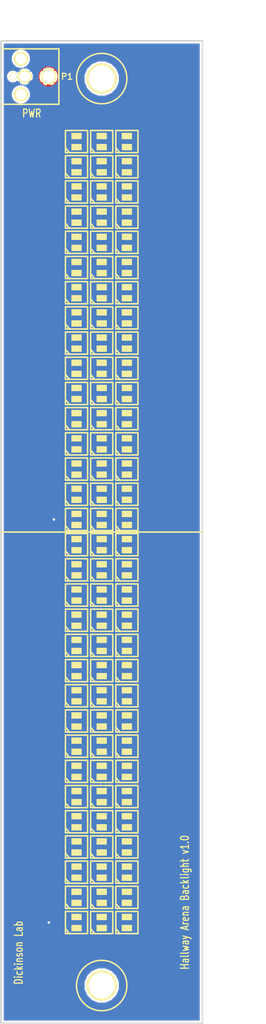
<source format=kicad_pcb>
(kicad_pcb (version 20171130) (host pcbnew 5.0.2-bee76a0~70~ubuntu18.04.1)
  (title_block (title "Hallway Arena Backlight") (date "4 aug 2011") (rev 1.0) (company "IO Rodeo Inc. "))
  (layers (0 Component signal) (31 Copper signal) (34 B.Paste user) (35 F.Paste user) (36 B.SilkS user) (37 F.SilkS user) (38 B.Mask user) (39 F.Mask user) (44 Edge.Cuts user))
  (net 0 "")
  (net 1 /VIN)
  (net 2 GND)
  (net 3 N-000002)
  (net 4 N-000003)
  (net 5 N-000004)
  (net 6 N-000005)
  (net 7 N-000006)
  (net 8 N-000007)
  (net 9 N-000008)
  (net 10 N-000009)
  (net 11 N-000010)
  (net 12 N-000011)
  (net 13 N-000012)
  (net 14 N-000013)
  (net 15 N-000014)
  (net 16 N-000015)
  (net 17 N-000016)
  (net 18 N-000017)
  (net 19 N-000018)
  (net 20 N-000019)
  (net 21 N-000020)
  (net 22 N-000021)
  (net 23 N-000022)
  (net 24 N-000023)
  (net 25 N-000024)
  (net 26 N-000025)
  (net 27 N-000026)
  (net 28 N-000027)
  (net 29 N-000028)
  (net 30 N-000029)
  (net 31 N-000030)
  (net 32 N-000031)
  (net 33 N-000032)
  (net 34 N-000033)
  (net 35 N-000034)
  (net 36 N-000035)
  (net 37 N-000036)
  (net 38 N-000037)
  (net 39 N-000038)
  (net 40 N-000039)
  (net 41 N-000040)
  (net 42 N-000041)
  (net 43 N-000042)
  (net 44 N-000043)
  (net 45 N-000044)
  (net 46 N-000045)
  (net 47 N-000046)
  (net 48 N-000047)
  (net 49 N-000048)
  (net 50 N-000049)
  (net 51 N-000050)
  (net 52 N-000051)
  (net 53 N-000052)
  (net 54 N-000053)
  (net 55 N-000054)
  (net 56 N-000055)
  (net 57 N-000056)
  (net 58 N-000057)
  (net 59 N-000058)
  (net 60 N-000059)
  (net 61 N-000060)
  (net 62 N-000061)
  (net 63 N-000062)
  (net 64 N-000063)
  (net 65 N-000064)
  (net 66 N-000065)
  (net 67 N-000066)
  (net 68 N-000067)
  (net 69 N-000068)
  (net 70 N-000069)
  (net 71 N-000070)
  (net 72 N-000071)
  (net 73 N-000072)
  (net 74 N-000073)
  (net 75 N-000074)
  (net 76 N-000075)
  (net 77 N-000076)
  (net 78 N-000077)
  (net 79 N-000078)
  (net 80 N-000079)
  (net 81 N-000080)
  (net 82 N-000081)
  (net 83 N-000082)
  (net 84 N-000083)
  (net 85 N-000084)
  (net 86 N-000085)
  (net 87 N-000086)
  (net 88 N-000087)
  (net 89 N-000088)
  (net 90 N-000089)
  (net 91 N-000090)
  (net 92 N-000091)
  (module DCJACK_2PIN_HIGHCURRENT (layer Component) (at 101.6 59.817 90)
    (fp_text reference P1 (at 0 16.637 180) (layer F.SilkS) (effects (font (size 1.524 1.524) (thickness 0.3048))))
    (fp_text value CONN_2 hide)
    (pad "" thru_hole circle (at 0 2.9972 90) (size 1.9304 1.9304) (drill 1.6002) (layers *.Cu *.Mask F.SilkS))
    (pad 2 thru_hole circle (at 0 5.9944 90) (size 3.556 3.556) (drill 2.6924) (layers *.Cu *.Mask F.SilkS) (net 2 GND))
    (pad 1 thru_hole circle (at 0 11.9888 90) (size 4.064 4.064) (drill 3.1496) (layers *.Cu *.Mask F.SilkS) (net 1 /VIN))
    (pad "" thru_hole circle (at -4.4958 5.0038 90) (size 3.556 3.556) (drill 2.6924) (layers *.Cu *.Mask F.SilkS))
    (pad "" thru_hole circle (at 4.4958 5.0038 90) (size 3.556 3.556) (drill 2.6924) (layers *.Cu *.Mask F.SilkS))
  )
  (module 1%2f4-20 (layer Component) (at 127 60.325)
    (fp_text reference 1/4-20 hide)
    (fp_text value VAL** hide)
    (pad "" thru_hole circle (at 0 0) (size 7.62 7.62) (drill 6.5786) (layers *.Cu *.Mask F.SilkS))
  )
  (module 1%2f4-20 (layer Component) (at 127 288.925)
    (fp_text reference 1/4-20 hide)
    (fp_text value VAL** hide)
    (pad "" thru_hole circle (at 0 0) (size 7.62 7.62) (drill 6.5786) (layers *.Cu *.Mask F.SilkS))
  )
  (module VSMG3700 (layer Component) (at 120.65 76.2 90)
    (fp_text reference D0,0 hide)
    (fp_text value LED hide)
    (pad 1 smd rect (at 1.397 0) (size 2.5908 1.6002) (layers Component F.Adhes F.Paste F.SilkS F.Mask) (net 1 /VIN))
    (pad 2 smd rect (at -1.397 0) (size 2.5908 1.6002) (layers Component F.Adhes F.Paste F.SilkS F.Mask) (net 92 N-000091))
  )
  (module VSMG3700 (layer Component) (at 120.65 82.55 90)
    (fp_text reference D0,1 hide)
    (fp_text value LED hide)
    (pad 1 smd rect (at 1.397 0) (size 2.5908 1.6002) (layers Component F.Adhes F.Paste F.SilkS F.Mask) (net 92 N-000091))
    (pad 2 smd rect (at -1.397 0) (size 2.5908 1.6002) (layers Component F.Adhes F.Paste F.SilkS F.Mask) (net 91 N-000090))
  )
  (module VSMG3700 (layer Component) (at 120.65 88.9 90)
    (fp_text reference D0,2 hide)
    (fp_text value LED hide)
    (pad 1 smd rect (at 1.397 0) (size 2.5908 1.6002) (layers Component F.Adhes F.Paste F.SilkS F.Mask) (net 91 N-000090))
    (pad 2 smd rect (at -1.397 0) (size 2.5908 1.6002) (layers Component F.Adhes F.Paste F.SilkS F.Mask) (net 90 N-000089))
  )
  (module VSMG3700 (layer Component) (at 120.65 95.25 90)
    (fp_text reference D0,3 hide)
    (fp_text value LED hide)
    (pad 1 smd rect (at 1.397 0) (size 2.5908 1.6002) (layers Component F.Adhes F.Paste F.SilkS F.Mask) (net 90 N-000089))
    (pad 2 smd rect (at -1.397 0) (size 2.5908 1.6002) (layers Component F.Adhes F.Paste F.SilkS F.Mask) (net 89 N-000088))
  )
  (module VSMG3700 (layer Component) (at 120.65 101.6 90)
    (fp_text reference D0,4 hide)
    (fp_text value LED hide)
    (pad 1 smd rect (at 1.397 0) (size 2.5908 1.6002) (layers Component F.Adhes F.Paste F.SilkS F.Mask) (net 89 N-000088))
    (pad 2 smd rect (at -1.397 0) (size 2.5908 1.6002) (layers Component F.Adhes F.Paste F.SilkS F.Mask) (net 88 N-000087))
  )
  (module VSMG3700 (layer Component) (at 120.65 107.95 90)
    (fp_text reference D0,5 hide)
    (fp_text value LED hide)
    (pad 1 smd rect (at 1.397 0) (size 2.5908 1.6002) (layers Component F.Adhes F.Paste F.SilkS F.Mask) (net 88 N-000087))
    (pad 2 smd rect (at -1.397 0) (size 2.5908 1.6002) (layers Component F.Adhes F.Paste F.SilkS F.Mask) (net 87 N-000086))
  )
  (module VSMG3700 (layer Component) (at 120.65 114.3 90)
    (fp_text reference D0,6 hide)
    (fp_text value LED hide)
    (pad 1 smd rect (at 1.397 0) (size 2.5908 1.6002) (layers Component F.Adhes F.Paste F.SilkS F.Mask) (net 87 N-000086))
    (pad 2 smd rect (at -1.397 0) (size 2.5908 1.6002) (layers Component F.Adhes F.Paste F.SilkS F.Mask) (net 86 N-000085))
  )
  (module VSMG3700 (layer Component) (at 120.65 120.65 90)
    (fp_text reference D0,7 hide)
    (fp_text value LED hide)
    (pad 1 smd rect (at 1.397 0) (size 2.5908 1.6002) (layers Component F.Adhes F.Paste F.SilkS F.Mask) (net 86 N-000085))
    (pad 2 smd rect (at -1.397 0) (size 2.5908 1.6002) (layers Component F.Adhes F.Paste F.SilkS F.Mask) (net 85 N-000084))
  )
  (module VSMG3700 (layer Component) (at 120.65 127 90)
    (fp_text reference D0,8 hide)
    (fp_text value LED hide)
    (pad 1 smd rect (at 1.397 0) (size 2.5908 1.6002) (layers Component F.Adhes F.Paste F.SilkS F.Mask) (net 85 N-000084))
    (pad 2 smd rect (at -1.397 0) (size 2.5908 1.6002) (layers Component F.Adhes F.Paste F.SilkS F.Mask) (net 84 N-000083))
  )
  (module VSMG3700 (layer Component) (at 120.65 133.35 90)
    (fp_text reference D0,9 hide)
    (fp_text value LED hide)
    (pad 1 smd rect (at 1.397 0) (size 2.5908 1.6002) (layers Component F.Adhes F.Paste F.SilkS F.Mask) (net 84 N-000083))
    (pad 2 smd rect (at -1.397 0) (size 2.5908 1.6002) (layers Component F.Adhes F.Paste F.SilkS F.Mask) (net 83 N-000082))
  )
  (module VSMG3700 (layer Component) (at 120.65 139.7 90)
    (fp_text reference D0,10 hide)
    (fp_text value LED hide)
    (pad 1 smd rect (at 1.397 0) (size 2.5908 1.6002) (layers Component F.Adhes F.Paste F.SilkS F.Mask) (net 83 N-000082))
    (pad 2 smd rect (at -1.397 0) (size 2.5908 1.6002) (layers Component F.Adhes F.Paste F.SilkS F.Mask) (net 82 N-000081))
  )
  (module VSMG3700 (layer Component) (at 120.65 146.05 90)
    (fp_text reference D0,11 hide)
    (fp_text value LED hide)
    (pad 1 smd rect (at 1.397 0) (size 2.5908 1.6002) (layers Component F.Adhes F.Paste F.SilkS F.Mask) (net 82 N-000081))
    (pad 2 smd rect (at -1.397 0) (size 2.5908 1.6002) (layers Component F.Adhes F.Paste F.SilkS F.Mask) (net 81 N-000080))
  )
  (module VSMG3700 (layer Component) (at 120.65 152.4 90)
    (fp_text reference D0,12 hide)
    (fp_text value LED hide)
    (pad 1 smd rect (at 1.397 0) (size 2.5908 1.6002) (layers Component F.Adhes F.Paste F.SilkS F.Mask) (net 81 N-000080))
    (pad 2 smd rect (at -1.397 0) (size 2.5908 1.6002) (layers Component F.Adhes F.Paste F.SilkS F.Mask) (net 80 N-000079))
  )
  (module VSMG3700 (layer Component) (at 120.65 158.75 90)
    (fp_text reference D0,13 hide)
    (fp_text value LED hide)
    (pad 1 smd rect (at 1.397 0) (size 2.5908 1.6002) (layers Component F.Adhes F.Paste F.SilkS F.Mask) (net 80 N-000079))
    (pad 2 smd rect (at -1.397 0) (size 2.5908 1.6002) (layers Component F.Adhes F.Paste F.SilkS F.Mask) (net 79 N-000078))
  )
  (module VSMG3700 (layer Component) (at 120.65 165.1 90)
    (fp_text reference D0,14 hide)
    (fp_text value LED hide)
    (pad 1 smd rect (at 1.397 0) (size 2.5908 1.6002) (layers Component F.Adhes F.Paste F.SilkS F.Mask) (net 79 N-000078))
    (pad 2 smd rect (at -1.397 0) (size 2.5908 1.6002) (layers Component F.Adhes F.Paste F.SilkS F.Mask) (net 78 N-000077))
  )
  (module VSMG3700 (layer Component) (at 120.65 171.45 90)
    (fp_text reference D0,15 hide)
    (fp_text value LED hide)
    (pad 1 smd rect (at 1.397 0) (size 2.5908 1.6002) (layers Component F.Adhes F.Paste F.SilkS F.Mask) (net 78 N-000077))
    (pad 2 smd rect (at -1.397 0) (size 2.5908 1.6002) (layers Component F.Adhes F.Paste F.SilkS F.Mask) (net 2 GND))
  )
  (module VSMG3700 (layer Component) (at 127 76.2 90)
    (fp_text reference D1,0 hide)
    (fp_text value LED hide)
    (pad 1 smd rect (at 1.397 0) (size 2.5908 1.6002) (layers Component F.Adhes F.Paste F.SilkS F.Mask) (net 1 /VIN))
    (pad 2 smd rect (at -1.397 0) (size 2.5908 1.6002) (layers Component F.Adhes F.Paste F.SilkS F.Mask) (net 77 N-000076))
  )
  (module VSMG3700 (layer Component) (at 127 82.55 90)
    (fp_text reference D1,1 hide)
    (fp_text value LED hide)
    (pad 1 smd rect (at 1.397 0) (size 2.5908 1.6002) (layers Component F.Adhes F.Paste F.SilkS F.Mask) (net 77 N-000076))
    (pad 2 smd rect (at -1.397 0) (size 2.5908 1.6002) (layers Component F.Adhes F.Paste F.SilkS F.Mask) (net 76 N-000075))
  )
  (module VSMG3700 (layer Component) (at 127 88.9 90)
    (fp_text reference D1,2 hide)
    (fp_text value LED hide)
    (pad 1 smd rect (at 1.397 0) (size 2.5908 1.6002) (layers Component F.Adhes F.Paste F.SilkS F.Mask) (net 76 N-000075))
    (pad 2 smd rect (at -1.397 0) (size 2.5908 1.6002) (layers Component F.Adhes F.Paste F.SilkS F.Mask) (net 75 N-000074))
  )
  (module VSMG3700 (layer Component) (at 127 95.25 90)
    (fp_text reference D1,3 hide)
    (fp_text value LED hide)
    (pad 1 smd rect (at 1.397 0) (size 2.5908 1.6002) (layers Component F.Adhes F.Paste F.SilkS F.Mask) (net 75 N-000074))
    (pad 2 smd rect (at -1.397 0) (size 2.5908 1.6002) (layers Component F.Adhes F.Paste F.SilkS F.Mask) (net 74 N-000073))
  )
  (module VSMG3700 (layer Component) (at 127 101.6 90)
    (fp_text reference D1,4 hide)
    (fp_text value LED hide)
    (pad 1 smd rect (at 1.397 0) (size 2.5908 1.6002) (layers Component F.Adhes F.Paste F.SilkS F.Mask) (net 74 N-000073))
    (pad 2 smd rect (at -1.397 0) (size 2.5908 1.6002) (layers Component F.Adhes F.Paste F.SilkS F.Mask) (net 73 N-000072))
  )
  (module VSMG3700 (layer Component) (at 127 107.95 90)
    (fp_text reference D1,5 hide)
    (fp_text value LED hide)
    (pad 1 smd rect (at 1.397 0) (size 2.5908 1.6002) (layers Component F.Adhes F.Paste F.SilkS F.Mask) (net 73 N-000072))
    (pad 2 smd rect (at -1.397 0) (size 2.5908 1.6002) (layers Component F.Adhes F.Paste F.SilkS F.Mask) (net 72 N-000071))
  )
  (module VSMG3700 (layer Component) (at 127 114.3 90)
    (fp_text reference D1,6 hide)
    (fp_text value LED hide)
    (pad 1 smd rect (at 1.397 0) (size 2.5908 1.6002) (layers Component F.Adhes F.Paste F.SilkS F.Mask) (net 72 N-000071))
    (pad 2 smd rect (at -1.397 0) (size 2.5908 1.6002) (layers Component F.Adhes F.Paste F.SilkS F.Mask) (net 71 N-000070))
  )
  (module VSMG3700 (layer Component) (at 127 120.65 90)
    (fp_text reference D1,7 hide)
    (fp_text value LED hide)
    (pad 1 smd rect (at 1.397 0) (size 2.5908 1.6002) (layers Component F.Adhes F.Paste F.SilkS F.Mask) (net 71 N-000070))
    (pad 2 smd rect (at -1.397 0) (size 2.5908 1.6002) (layers Component F.Adhes F.Paste F.SilkS F.Mask) (net 70 N-000069))
  )
  (module VSMG3700 (layer Component) (at 127 127 90)
    (fp_text reference D1,8 hide)
    (fp_text value LED hide)
    (pad 1 smd rect (at 1.397 0) (size 2.5908 1.6002) (layers Component F.Adhes F.Paste F.SilkS F.Mask) (net 70 N-000069))
    (pad 2 smd rect (at -1.397 0) (size 2.5908 1.6002) (layers Component F.Adhes F.Paste F.SilkS F.Mask) (net 69 N-000068))
  )
  (module VSMG3700 (layer Component) (at 127 133.35 90)
    (fp_text reference D1,9 hide)
    (fp_text value LED hide)
    (pad 1 smd rect (at 1.397 0) (size 2.5908 1.6002) (layers Component F.Adhes F.Paste F.SilkS F.Mask) (net 69 N-000068))
    (pad 2 smd rect (at -1.397 0) (size 2.5908 1.6002) (layers Component F.Adhes F.Paste F.SilkS F.Mask) (net 68 N-000067))
  )
  (module VSMG3700 (layer Component) (at 127 139.7 90)
    (fp_text reference D1,10 hide)
    (fp_text value LED hide)
    (pad 1 smd rect (at 1.397 0) (size 2.5908 1.6002) (layers Component F.Adhes F.Paste F.SilkS F.Mask) (net 68 N-000067))
    (pad 2 smd rect (at -1.397 0) (size 2.5908 1.6002) (layers Component F.Adhes F.Paste F.SilkS F.Mask) (net 67 N-000066))
  )
  (module VSMG3700 (layer Component) (at 127 146.05 90)
    (fp_text reference D1,11 hide)
    (fp_text value LED hide)
    (pad 1 smd rect (at 1.397 0) (size 2.5908 1.6002) (layers Component F.Adhes F.Paste F.SilkS F.Mask) (net 67 N-000066))
    (pad 2 smd rect (at -1.397 0) (size 2.5908 1.6002) (layers Component F.Adhes F.Paste F.SilkS F.Mask) (net 66 N-000065))
  )
  (module VSMG3700 (layer Component) (at 127 152.4 90)
    (fp_text reference D1,12 hide)
    (fp_text value LED hide)
    (pad 1 smd rect (at 1.397 0) (size 2.5908 1.6002) (layers Component F.Adhes F.Paste F.SilkS F.Mask) (net 66 N-000065))
    (pad 2 smd rect (at -1.397 0) (size 2.5908 1.6002) (layers Component F.Adhes F.Paste F.SilkS F.Mask) (net 65 N-000064))
  )
  (module VSMG3700 (layer Component) (at 127 158.75 90)
    (fp_text reference D1,13 hide)
    (fp_text value LED hide)
    (pad 1 smd rect (at 1.397 0) (size 2.5908 1.6002) (layers Component F.Adhes F.Paste F.SilkS F.Mask) (net 65 N-000064))
    (pad 2 smd rect (at -1.397 0) (size 2.5908 1.6002) (layers Component F.Adhes F.Paste F.SilkS F.Mask) (net 64 N-000063))
  )
  (module VSMG3700 (layer Component) (at 127 165.1 90)
    (fp_text reference D1,14 hide)
    (fp_text value LED hide)
    (pad 1 smd rect (at 1.397 0) (size 2.5908 1.6002) (layers Component F.Adhes F.Paste F.SilkS F.Mask) (net 64 N-000063))
    (pad 2 smd rect (at -1.397 0) (size 2.5908 1.6002) (layers Component F.Adhes F.Paste F.SilkS F.Mask) (net 63 N-000062))
  )
  (module VSMG3700 (layer Component) (at 127 171.45 90)
    (fp_text reference D1,15 hide)
    (fp_text value LED hide)
    (pad 1 smd rect (at 1.397 0) (size 2.5908 1.6002) (layers Component F.Adhes F.Paste F.SilkS F.Mask) (net 63 N-000062))
    (pad 2 smd rect (at -1.397 0) (size 2.5908 1.6002) (layers Component F.Adhes F.Paste F.SilkS F.Mask) (net 2 GND))
  )
  (module VSMG3700 (layer Component) (at 133.35 76.2 90)
    (fp_text reference D2,0 hide)
    (fp_text value LED hide)
    (pad 1 smd rect (at 1.397 0) (size 2.5908 1.6002) (layers Component F.Adhes F.Paste F.SilkS F.Mask) (net 1 /VIN))
    (pad 2 smd rect (at -1.397 0) (size 2.5908 1.6002) (layers Component F.Adhes F.Paste F.SilkS F.Mask) (net 62 N-000061))
  )
  (module VSMG3700 (layer Component) (at 133.35 82.55 90)
    (fp_text reference D2,1 hide)
    (fp_text value LED hide)
    (pad 1 smd rect (at 1.397 0) (size 2.5908 1.6002) (layers Component F.Adhes F.Paste F.SilkS F.Mask) (net 62 N-000061))
    (pad 2 smd rect (at -1.397 0) (size 2.5908 1.6002) (layers Component F.Adhes F.Paste F.SilkS F.Mask) (net 61 N-000060))
  )
  (module VSMG3700 (layer Component) (at 133.35 88.9 90)
    (fp_text reference D2,2 hide)
    (fp_text value LED hide)
    (pad 1 smd rect (at 1.397 0) (size 2.5908 1.6002) (layers Component F.Adhes F.Paste F.SilkS F.Mask) (net 61 N-000060))
    (pad 2 smd rect (at -1.397 0) (size 2.5908 1.6002) (layers Component F.Adhes F.Paste F.SilkS F.Mask) (net 60 N-000059))
  )
  (module VSMG3700 (layer Component) (at 133.35 95.25 90)
    (fp_text reference D2,3 hide)
    (fp_text value LED hide)
    (pad 1 smd rect (at 1.397 0) (size 2.5908 1.6002) (layers Component F.Adhes F.Paste F.SilkS F.Mask) (net 60 N-000059))
    (pad 2 smd rect (at -1.397 0) (size 2.5908 1.6002) (layers Component F.Adhes F.Paste F.SilkS F.Mask) (net 59 N-000058))
  )
  (module VSMG3700 (layer Component) (at 133.35 101.6 90)
    (fp_text reference D2,4 hide)
    (fp_text value LED hide)
    (pad 1 smd rect (at 1.397 0) (size 2.5908 1.6002) (layers Component F.Adhes F.Paste F.SilkS F.Mask) (net 59 N-000058))
    (pad 2 smd rect (at -1.397 0) (size 2.5908 1.6002) (layers Component F.Adhes F.Paste F.SilkS F.Mask) (net 58 N-000057))
  )
  (module VSMG3700 (layer Component) (at 133.35 107.95 90)
    (fp_text reference D2,5 hide)
    (fp_text value LED hide)
    (pad 1 smd rect (at 1.397 0) (size 2.5908 1.6002) (layers Component F.Adhes F.Paste F.SilkS F.Mask) (net 58 N-000057))
    (pad 2 smd rect (at -1.397 0) (size 2.5908 1.6002) (layers Component F.Adhes F.Paste F.SilkS F.Mask) (net 57 N-000056))
  )
  (module VSMG3700 (layer Component) (at 133.35 114.3 90)
    (fp_text reference D2,6 hide)
    (fp_text value LED hide)
    (pad 1 smd rect (at 1.397 0) (size 2.5908 1.6002) (layers Component F.Adhes F.Paste F.SilkS F.Mask) (net 57 N-000056))
    (pad 2 smd rect (at -1.397 0) (size 2.5908 1.6002) (layers Component F.Adhes F.Paste F.SilkS F.Mask) (net 56 N-000055))
  )
  (module VSMG3700 (layer Component) (at 133.35 120.65 90)
    (fp_text reference D2,7 hide)
    (fp_text value LED hide)
    (pad 1 smd rect (at 1.397 0) (size 2.5908 1.6002) (layers Component F.Adhes F.Paste F.SilkS F.Mask) (net 56 N-000055))
    (pad 2 smd rect (at -1.397 0) (size 2.5908 1.6002) (layers Component F.Adhes F.Paste F.SilkS F.Mask) (net 55 N-000054))
  )
  (module VSMG3700 (layer Component) (at 133.35 127 90)
    (fp_text reference D2,8 hide)
    (fp_text value LED hide)
    (pad 1 smd rect (at 1.397 0) (size 2.5908 1.6002) (layers Component F.Adhes F.Paste F.SilkS F.Mask) (net 55 N-000054))
    (pad 2 smd rect (at -1.397 0) (size 2.5908 1.6002) (layers Component F.Adhes F.Paste F.SilkS F.Mask) (net 54 N-000053))
  )
  (module VSMG3700 (layer Component) (at 133.35 133.35 90)
    (fp_text reference D2,9 hide)
    (fp_text value LED hide)
    (pad 1 smd rect (at 1.397 0) (size 2.5908 1.6002) (layers Component F.Adhes F.Paste F.SilkS F.Mask) (net 54 N-000053))
    (pad 2 smd rect (at -1.397 0) (size 2.5908 1.6002) (layers Component F.Adhes F.Paste F.SilkS F.Mask) (net 53 N-000052))
  )
  (module VSMG3700 (layer Component) (at 133.35 139.7 90)
    (fp_text reference D2,10 hide)
    (fp_text value LED hide)
    (pad 1 smd rect (at 1.397 0) (size 2.5908 1.6002) (layers Component F.Adhes F.Paste F.SilkS F.Mask) (net 53 N-000052))
    (pad 2 smd rect (at -1.397 0) (size 2.5908 1.6002) (layers Component F.Adhes F.Paste F.SilkS F.Mask) (net 52 N-000051))
  )
  (module VSMG3700 (layer Component) (at 133.35 146.05 90)
    (fp_text reference D2,11 hide)
    (fp_text value LED hide)
    (pad 1 smd rect (at 1.397 0) (size 2.5908 1.6002) (layers Component F.Adhes F.Paste F.SilkS F.Mask) (net 52 N-000051))
    (pad 2 smd rect (at -1.397 0) (size 2.5908 1.6002) (layers Component F.Adhes F.Paste F.SilkS F.Mask) (net 51 N-000050))
  )
  (module VSMG3700 (layer Component) (at 133.35 152.4 90)
    (fp_text reference D2,12 hide)
    (fp_text value LED hide)
    (pad 1 smd rect (at 1.397 0) (size 2.5908 1.6002) (layers Component F.Adhes F.Paste F.SilkS F.Mask) (net 51 N-000050))
    (pad 2 smd rect (at -1.397 0) (size 2.5908 1.6002) (layers Component F.Adhes F.Paste F.SilkS F.Mask) (net 50 N-000049))
  )
  (module VSMG3700 (layer Component) (at 133.35 158.75 90)
    (fp_text reference D2,13 hide)
    (fp_text value LED hide)
    (pad 1 smd rect (at 1.397 0) (size 2.5908 1.6002) (layers Component F.Adhes F.Paste F.SilkS F.Mask) (net 50 N-000049))
    (pad 2 smd rect (at -1.397 0) (size 2.5908 1.6002) (layers Component F.Adhes F.Paste F.SilkS F.Mask) (net 49 N-000048))
  )
  (module VSMG3700 (layer Component) (at 133.35 165.1 90)
    (fp_text reference D2,14 hide)
    (fp_text value LED hide)
    (pad 1 smd rect (at 1.397 0) (size 2.5908 1.6002) (layers Component F.Adhes F.Paste F.SilkS F.Mask) (net 49 N-000048))
    (pad 2 smd rect (at -1.397 0) (size 2.5908 1.6002) (layers Component F.Adhes F.Paste F.SilkS F.Mask) (net 48 N-000047))
  )
  (module VSMG3700 (layer Component) (at 133.35 171.45 90)
    (fp_text reference D2,15 hide)
    (fp_text value LED hide)
    (pad 1 smd rect (at 1.397 0) (size 2.5908 1.6002) (layers Component F.Adhes F.Paste F.SilkS F.Mask) (net 48 N-000047))
    (pad 2 smd rect (at -1.397 0) (size 2.5908 1.6002) (layers Component F.Adhes F.Paste F.SilkS F.Mask) (net 2 GND))
  )
  (module VSMG3700 (layer Component) (at 120.65 177.8 90)
    (fp_text reference D3,0 hide)
    (fp_text value LED hide)
    (pad 1 smd rect (at 1.397 0) (size 2.5908 1.6002) (layers Component F.Adhes F.Paste F.SilkS F.Mask) (net 1 /VIN))
    (pad 2 smd rect (at -1.397 0) (size 2.5908 1.6002) (layers Component F.Adhes F.Paste F.SilkS F.Mask) (net 47 N-000046))
  )
  (module VSMG3700 (layer Component) (at 120.65 184.15 90)
    (fp_text reference D3,1 hide)
    (fp_text value LED hide)
    (pad 1 smd rect (at 1.397 0) (size 2.5908 1.6002) (layers Component F.Adhes F.Paste F.SilkS F.Mask) (net 47 N-000046))
    (pad 2 smd rect (at -1.397 0) (size 2.5908 1.6002) (layers Component F.Adhes F.Paste F.SilkS F.Mask) (net 46 N-000045))
  )
  (module VSMG3700 (layer Component) (at 120.65 190.5 90)
    (fp_text reference D3,2 hide)
    (fp_text value LED hide)
    (pad 1 smd rect (at 1.397 0) (size 2.5908 1.6002) (layers Component F.Adhes F.Paste F.SilkS F.Mask) (net 46 N-000045))
    (pad 2 smd rect (at -1.397 0) (size 2.5908 1.6002) (layers Component F.Adhes F.Paste F.SilkS F.Mask) (net 45 N-000044))
  )
  (module VSMG3700 (layer Component) (at 120.65 196.85 90)
    (fp_text reference D3,3 hide)
    (fp_text value LED hide)
    (pad 1 smd rect (at 1.397 0) (size 2.5908 1.6002) (layers Component F.Adhes F.Paste F.SilkS F.Mask) (net 45 N-000044))
    (pad 2 smd rect (at -1.397 0) (size 2.5908 1.6002) (layers Component F.Adhes F.Paste F.SilkS F.Mask) (net 44 N-000043))
  )
  (module VSMG3700 (layer Component) (at 120.65 203.2 90)
    (fp_text reference D3,4 hide)
    (fp_text value LED hide)
    (pad 1 smd rect (at 1.397 0) (size 2.5908 1.6002) (layers Component F.Adhes F.Paste F.SilkS F.Mask) (net 44 N-000043))
    (pad 2 smd rect (at -1.397 0) (size 2.5908 1.6002) (layers Component F.Adhes F.Paste F.SilkS F.Mask) (net 43 N-000042))
  )
  (module VSMG3700 (layer Component) (at 120.65 209.55 90)
    (fp_text reference D3,5 hide)
    (fp_text value LED hide)
    (pad 1 smd rect (at 1.397 0) (size 2.5908 1.6002) (layers Component F.Adhes F.Paste F.SilkS F.Mask) (net 43 N-000042))
    (pad 2 smd rect (at -1.397 0) (size 2.5908 1.6002) (layers Component F.Adhes F.Paste F.SilkS F.Mask) (net 42 N-000041))
  )
  (module VSMG3700 (layer Component) (at 120.65 215.9 90)
    (fp_text reference D3,6 hide)
    (fp_text value LED hide)
    (pad 1 smd rect (at 1.397 0) (size 2.5908 1.6002) (layers Component F.Adhes F.Paste F.SilkS F.Mask) (net 42 N-000041))
    (pad 2 smd rect (at -1.397 0) (size 2.5908 1.6002) (layers Component F.Adhes F.Paste F.SilkS F.Mask) (net 41 N-000040))
  )
  (module VSMG3700 (layer Component) (at 120.65 222.25 90)
    (fp_text reference D3,7 hide)
    (fp_text value LED hide)
    (pad 1 smd rect (at 1.397 0) (size 2.5908 1.6002) (layers Component F.Adhes F.Paste F.SilkS F.Mask) (net 41 N-000040))
    (pad 2 smd rect (at -1.397 0) (size 2.5908 1.6002) (layers Component F.Adhes F.Paste F.SilkS F.Mask) (net 40 N-000039))
  )
  (module VSMG3700 (layer Component) (at 120.65 228.6 90)
    (fp_text reference D3,8 hide)
    (fp_text value LED hide)
    (pad 1 smd rect (at 1.397 0) (size 2.5908 1.6002) (layers Component F.Adhes F.Paste F.SilkS F.Mask) (net 40 N-000039))
    (pad 2 smd rect (at -1.397 0) (size 2.5908 1.6002) (layers Component F.Adhes F.Paste F.SilkS F.Mask) (net 39 N-000038))
  )
  (module VSMG3700 (layer Component) (at 120.65 234.95 90)
    (fp_text reference D3,9 hide)
    (fp_text value LED hide)
    (pad 1 smd rect (at 1.397 0) (size 2.5908 1.6002) (layers Component F.Adhes F.Paste F.SilkS F.Mask) (net 39 N-000038))
    (pad 2 smd rect (at -1.397 0) (size 2.5908 1.6002) (layers Component F.Adhes F.Paste F.SilkS F.Mask) (net 38 N-000037))
  )
  (module VSMG3700 (layer Component) (at 120.65 241.3 90)
    (fp_text reference D3,10 hide)
    (fp_text value LED hide)
    (pad 1 smd rect (at 1.397 0) (size 2.5908 1.6002) (layers Component F.Adhes F.Paste F.SilkS F.Mask) (net 38 N-000037))
    (pad 2 smd rect (at -1.397 0) (size 2.5908 1.6002) (layers Component F.Adhes F.Paste F.SilkS F.Mask) (net 37 N-000036))
  )
  (module VSMG3700 (layer Component) (at 120.65 247.65 90)
    (fp_text reference D3,11 hide)
    (fp_text value LED hide)
    (pad 1 smd rect (at 1.397 0) (size 2.5908 1.6002) (layers Component F.Adhes F.Paste F.SilkS F.Mask) (net 37 N-000036))
    (pad 2 smd rect (at -1.397 0) (size 2.5908 1.6002) (layers Component F.Adhes F.Paste F.SilkS F.Mask) (net 36 N-000035))
  )
  (module VSMG3700 (layer Component) (at 120.65 254 90)
    (fp_text reference D3,12 hide)
    (fp_text value LED hide)
    (pad 1 smd rect (at 1.397 0) (size 2.5908 1.6002) (layers Component F.Adhes F.Paste F.SilkS F.Mask) (net 36 N-000035))
    (pad 2 smd rect (at -1.397 0) (size 2.5908 1.6002) (layers Component F.Adhes F.Paste F.SilkS F.Mask) (net 35 N-000034))
  )
  (module VSMG3700 (layer Component) (at 120.65 260.35 90)
    (fp_text reference D3,13 hide)
    (fp_text value LED hide)
    (pad 1 smd rect (at 1.397 0) (size 2.5908 1.6002) (layers Component F.Adhes F.Paste F.SilkS F.Mask) (net 35 N-000034))
    (pad 2 smd rect (at -1.397 0) (size 2.5908 1.6002) (layers Component F.Adhes F.Paste F.SilkS F.Mask) (net 34 N-000033))
  )
  (module VSMG3700 (layer Component) (at 120.65 266.7 90)
    (fp_text reference D3,14 hide)
    (fp_text value LED hide)
    (pad 1 smd rect (at 1.397 0) (size 2.5908 1.6002) (layers Component F.Adhes F.Paste F.SilkS F.Mask) (net 34 N-000033))
    (pad 2 smd rect (at -1.397 0) (size 2.5908 1.6002) (layers Component F.Adhes F.Paste F.SilkS F.Mask) (net 33 N-000032))
  )
  (module VSMG3700 (layer Component) (at 120.65 273.05 90)
    (fp_text reference D3,15 hide)
    (fp_text value LED hide)
    (pad 1 smd rect (at 1.397 0) (size 2.5908 1.6002) (layers Component F.Adhes F.Paste F.SilkS F.Mask) (net 33 N-000032))
    (pad 2 smd rect (at -1.397 0) (size 2.5908 1.6002) (layers Component F.Adhes F.Paste F.SilkS F.Mask) (net 2 GND))
  )
  (module VSMG3700 (layer Component) (at 127 177.8 90)
    (fp_text reference D4,0 hide)
    (fp_text value LED hide)
    (pad 1 smd rect (at 1.397 0) (size 2.5908 1.6002) (layers Component F.Adhes F.Paste F.SilkS F.Mask) (net 1 /VIN))
    (pad 2 smd rect (at -1.397 0) (size 2.5908 1.6002) (layers Component F.Adhes F.Paste F.SilkS F.Mask) (net 32 N-000031))
  )
  (module VSMG3700 (layer Component) (at 127 184.15 90)
    (fp_text reference D4,1 hide)
    (fp_text value LED hide)
    (pad 1 smd rect (at 1.397 0) (size 2.5908 1.6002) (layers Component F.Adhes F.Paste F.SilkS F.Mask) (net 32 N-000031))
    (pad 2 smd rect (at -1.397 0) (size 2.5908 1.6002) (layers Component F.Adhes F.Paste F.SilkS F.Mask) (net 31 N-000030))
  )
  (module VSMG3700 (layer Component) (at 127 190.5 90)
    (fp_text reference D4,2 hide)
    (fp_text value LED hide)
    (pad 1 smd rect (at 1.397 0) (size 2.5908 1.6002) (layers Component F.Adhes F.Paste F.SilkS F.Mask) (net 31 N-000030))
    (pad 2 smd rect (at -1.397 0) (size 2.5908 1.6002) (layers Component F.Adhes F.Paste F.SilkS F.Mask) (net 30 N-000029))
  )
  (module VSMG3700 (layer Component) (at 127 196.85 90)
    (fp_text reference D4,3 hide)
    (fp_text value LED hide)
    (pad 1 smd rect (at 1.397 0) (size 2.5908 1.6002) (layers Component F.Adhes F.Paste F.SilkS F.Mask) (net 30 N-000029))
    (pad 2 smd rect (at -1.397 0) (size 2.5908 1.6002) (layers Component F.Adhes F.Paste F.SilkS F.Mask) (net 29 N-000028))
  )
  (module VSMG3700 (layer Component) (at 127 203.2 90)
    (fp_text reference D4,4 hide)
    (fp_text value LED hide)
    (pad 1 smd rect (at 1.397 0) (size 2.5908 1.6002) (layers Component F.Adhes F.Paste F.SilkS F.Mask) (net 29 N-000028))
    (pad 2 smd rect (at -1.397 0) (size 2.5908 1.6002) (layers Component F.Adhes F.Paste F.SilkS F.Mask) (net 28 N-000027))
  )
  (module VSMG3700 (layer Component) (at 127 209.55 90)
    (fp_text reference D4,5 hide)
    (fp_text value LED hide)
    (pad 1 smd rect (at 1.397 0) (size 2.5908 1.6002) (layers Component F.Adhes F.Paste F.SilkS F.Mask) (net 28 N-000027))
    (pad 2 smd rect (at -1.397 0) (size 2.5908 1.6002) (layers Component F.Adhes F.Paste F.SilkS F.Mask) (net 27 N-000026))
  )
  (module VSMG3700 (layer Component) (at 127 215.9 90)
    (fp_text reference D4,6 hide)
    (fp_text value LED hide)
    (pad 1 smd rect (at 1.397 0) (size 2.5908 1.6002) (layers Component F.Adhes F.Paste F.SilkS F.Mask) (net 27 N-000026))
    (pad 2 smd rect (at -1.397 0) (size 2.5908 1.6002) (layers Component F.Adhes F.Paste F.SilkS F.Mask) (net 26 N-000025))
  )
  (module VSMG3700 (layer Component) (at 127 222.25 90)
    (fp_text reference D4,7 hide)
    (fp_text value LED hide)
    (pad 1 smd rect (at 1.397 0) (size 2.5908 1.6002) (layers Component F.Adhes F.Paste F.SilkS F.Mask) (net 26 N-000025))
    (pad 2 smd rect (at -1.397 0) (size 2.5908 1.6002) (layers Component F.Adhes F.Paste F.SilkS F.Mask) (net 25 N-000024))
  )
  (module VSMG3700 (layer Component) (at 127 228.6 90)
    (fp_text reference D4,8 hide)
    (fp_text value LED hide)
    (pad 1 smd rect (at 1.397 0) (size 2.5908 1.6002) (layers Component F.Adhes F.Paste F.SilkS F.Mask) (net 25 N-000024))
    (pad 2 smd rect (at -1.397 0) (size 2.5908 1.6002) (layers Component F.Adhes F.Paste F.SilkS F.Mask) (net 24 N-000023))
  )
  (module VSMG3700 (layer Component) (at 127 234.95 90)
    (fp_text reference D4,9 hide)
    (fp_text value LED hide)
    (pad 1 smd rect (at 1.397 0) (size 2.5908 1.6002) (layers Component F.Adhes F.Paste F.SilkS F.Mask) (net 24 N-000023))
    (pad 2 smd rect (at -1.397 0) (size 2.5908 1.6002) (layers Component F.Adhes F.Paste F.SilkS F.Mask) (net 23 N-000022))
  )
  (module VSMG3700 (layer Component) (at 127 241.3 90)
    (fp_text reference D4,10 hide)
    (fp_text value LED hide)
    (pad 1 smd rect (at 1.397 0) (size 2.5908 1.6002) (layers Component F.Adhes F.Paste F.SilkS F.Mask) (net 23 N-000022))
    (pad 2 smd rect (at -1.397 0) (size 2.5908 1.6002) (layers Component F.Adhes F.Paste F.SilkS F.Mask) (net 22 N-000021))
  )
  (module VSMG3700 (layer Component) (at 127 247.65 90)
    (fp_text reference D4,11 hide)
    (fp_text value LED hide)
    (pad 1 smd rect (at 1.397 0) (size 2.5908 1.6002) (layers Component F.Adhes F.Paste F.SilkS F.Mask) (net 22 N-000021))
    (pad 2 smd rect (at -1.397 0) (size 2.5908 1.6002) (layers Component F.Adhes F.Paste F.SilkS F.Mask) (net 21 N-000020))
  )
  (module VSMG3700 (layer Component) (at 127 254 90)
    (fp_text reference D4,12 hide)
    (fp_text value LED hide)
    (pad 1 smd rect (at 1.397 0) (size 2.5908 1.6002) (layers Component F.Adhes F.Paste F.SilkS F.Mask) (net 21 N-000020))
    (pad 2 smd rect (at -1.397 0) (size 2.5908 1.6002) (layers Component F.Adhes F.Paste F.SilkS F.Mask) (net 20 N-000019))
  )
  (module VSMG3700 (layer Component) (at 127 260.35 90)
    (fp_text reference D4,13 hide)
    (fp_text value LED hide)
    (pad 1 smd rect (at 1.397 0) (size 2.5908 1.6002) (layers Component F.Adhes F.Paste F.SilkS F.Mask) (net 20 N-000019))
    (pad 2 smd rect (at -1.397 0) (size 2.5908 1.6002) (layers Component F.Adhes F.Paste F.SilkS F.Mask) (net 19 N-000018))
  )
  (module VSMG3700 (layer Component) (at 127 266.7 90)
    (fp_text reference D4,14 hide)
    (fp_text value LED hide)
    (pad 1 smd rect (at 1.397 0) (size 2.5908 1.6002) (layers Component F.Adhes F.Paste F.SilkS F.Mask) (net 19 N-000018))
    (pad 2 smd rect (at -1.397 0) (size 2.5908 1.6002) (layers Component F.Adhes F.Paste F.SilkS F.Mask) (net 18 N-000017))
  )
  (module VSMG3700 (layer Component) (at 127 273.05 90)
    (fp_text reference D4,15 hide)
    (fp_text value LED hide)
    (pad 1 smd rect (at 1.397 0) (size 2.5908 1.6002) (layers Component F.Adhes F.Paste F.SilkS F.Mask) (net 18 N-000017))
    (pad 2 smd rect (at -1.397 0) (size 2.5908 1.6002) (layers Component F.Adhes F.Paste F.SilkS F.Mask) (net 2 GND))
  )
  (module VSMG3700 (layer Component) (at 133.35 177.8 90)
    (fp_text reference D5,0 hide)
    (fp_text value LED hide)
    (pad 1 smd rect (at 1.397 0) (size 2.5908 1.6002) (layers Component F.Adhes F.Paste F.SilkS F.Mask) (net 1 /VIN))
    (pad 2 smd rect (at -1.397 0) (size 2.5908 1.6002) (layers Component F.Adhes F.Paste F.SilkS F.Mask) (net 17 N-000016))
  )
  (module VSMG3700 (layer Component) (at 133.35 184.15 90)
    (fp_text reference D5,1 hide)
    (fp_text value LED hide)
    (pad 1 smd rect (at 1.397 0) (size 2.5908 1.6002) (layers Component F.Adhes F.Paste F.SilkS F.Mask) (net 17 N-000016))
    (pad 2 smd rect (at -1.397 0) (size 2.5908 1.6002) (layers Component F.Adhes F.Paste F.SilkS F.Mask) (net 16 N-000015))
  )
  (module VSMG3700 (layer Component) (at 133.35 190.5 90)
    (fp_text reference D5,2 hide)
    (fp_text value LED hide)
    (pad 1 smd rect (at 1.397 0) (size 2.5908 1.6002) (layers Component F.Adhes F.Paste F.SilkS F.Mask) (net 16 N-000015))
    (pad 2 smd rect (at -1.397 0) (size 2.5908 1.6002) (layers Component F.Adhes F.Paste F.SilkS F.Mask) (net 15 N-000014))
  )
  (module VSMG3700 (layer Component) (at 133.35 196.85 90)
    (fp_text reference D5,3 hide)
    (fp_text value LED hide)
    (pad 1 smd rect (at 1.397 0) (size 2.5908 1.6002) (layers Component F.Adhes F.Paste F.SilkS F.Mask) (net 15 N-000014))
    (pad 2 smd rect (at -1.397 0) (size 2.5908 1.6002) (layers Component F.Adhes F.Paste F.SilkS F.Mask) (net 14 N-000013))
  )
  (module VSMG3700 (layer Component) (at 133.35 203.2 90)
    (fp_text reference D5,4 hide)
    (fp_text value LED hide)
    (pad 1 smd rect (at 1.397 0) (size 2.5908 1.6002) (layers Component F.Adhes F.Paste F.SilkS F.Mask) (net 14 N-000013))
    (pad 2 smd rect (at -1.397 0) (size 2.5908 1.6002) (layers Component F.Adhes F.Paste F.SilkS F.Mask) (net 13 N-000012))
  )
  (module VSMG3700 (layer Component) (at 133.35 209.55 90)
    (fp_text reference D5,5 hide)
    (fp_text value LED hide)
    (pad 1 smd rect (at 1.397 0) (size 2.5908 1.6002) (layers Component F.Adhes F.Paste F.SilkS F.Mask) (net 13 N-000012))
    (pad 2 smd rect (at -1.397 0) (size 2.5908 1.6002) (layers Component F.Adhes F.Paste F.SilkS F.Mask) (net 12 N-000011))
  )
  (module VSMG3700 (layer Component) (at 133.35 215.9 90)
    (fp_text reference D5,6 hide)
    (fp_text value LED hide)
    (pad 1 smd rect (at 1.397 0) (size 2.5908 1.6002) (layers Component F.Adhes F.Paste F.SilkS F.Mask) (net 12 N-000011))
    (pad 2 smd rect (at -1.397 0) (size 2.5908 1.6002) (layers Component F.Adhes F.Paste F.SilkS F.Mask) (net 11 N-000010))
  )
  (module VSMG3700 (layer Component) (at 133.35 222.25 90)
    (fp_text reference D5,7 hide)
    (fp_text value LED hide)
    (pad 1 smd rect (at 1.397 0) (size 2.5908 1.6002) (layers Component F.Adhes F.Paste F.SilkS F.Mask) (net 11 N-000010))
    (pad 2 smd rect (at -1.397 0) (size 2.5908 1.6002) (layers Component F.Adhes F.Paste F.SilkS F.Mask) (net 10 N-000009))
  )
  (module VSMG3700 (layer Component) (at 133.35 228.6 90)
    (fp_text reference D5,8 hide)
    (fp_text value LED hide)
    (pad 1 smd rect (at 1.397 0) (size 2.5908 1.6002) (layers Component F.Adhes F.Paste F.SilkS F.Mask) (net 10 N-000009))
    (pad 2 smd rect (at -1.397 0) (size 2.5908 1.6002) (layers Component F.Adhes F.Paste F.SilkS F.Mask) (net 9 N-000008))
  )
  (module VSMG3700 (layer Component) (at 133.35 234.95 90)
    (fp_text reference D5,9 hide)
    (fp_text value LED hide)
    (pad 1 smd rect (at 1.397 0) (size 2.5908 1.6002) (layers Component F.Adhes F.Paste F.SilkS F.Mask) (net 9 N-000008))
    (pad 2 smd rect (at -1.397 0) (size 2.5908 1.6002) (layers Component F.Adhes F.Paste F.SilkS F.Mask) (net 8 N-000007))
  )
  (module VSMG3700 (layer Component) (at 133.35 241.3 90)
    (fp_text reference D5,10 hide)
    (fp_text value LED hide)
    (pad 1 smd rect (at 1.397 0) (size 2.5908 1.6002) (layers Component F.Adhes F.Paste F.SilkS F.Mask) (net 8 N-000007))
    (pad 2 smd rect (at -1.397 0) (size 2.5908 1.6002) (layers Component F.Adhes F.Paste F.SilkS F.Mask) (net 7 N-000006))
  )
  (module VSMG3700 (layer Component) (at 133.35 247.65 90)
    (fp_text reference D5,11 hide)
    (fp_text value LED hide)
    (pad 1 smd rect (at 1.397 0) (size 2.5908 1.6002) (layers Component F.Adhes F.Paste F.SilkS F.Mask) (net 7 N-000006))
    (pad 2 smd rect (at -1.397 0) (size 2.5908 1.6002) (layers Component F.Adhes F.Paste F.SilkS F.Mask) (net 6 N-000005))
  )
  (module VSMG3700 (layer Component) (at 133.35 254 90)
    (fp_text reference D5,12 hide)
    (fp_text value LED hide)
    (pad 1 smd rect (at 1.397 0) (size 2.5908 1.6002) (layers Component F.Adhes F.Paste F.SilkS F.Mask) (net 6 N-000005))
    (pad 2 smd rect (at -1.397 0) (size 2.5908 1.6002) (layers Component F.Adhes F.Paste F.SilkS F.Mask) (net 5 N-000004))
  )
  (module VSMG3700 (layer Component) (at 133.35 260.35 90)
    (fp_text reference D5,13 hide)
    (fp_text value LED hide)
    (pad 1 smd rect (at 1.397 0) (size 2.5908 1.6002) (layers Component F.Adhes F.Paste F.SilkS F.Mask) (net 5 N-000004))
    (pad 2 smd rect (at -1.397 0) (size 2.5908 1.6002) (layers Component F.Adhes F.Paste F.SilkS F.Mask) (net 4 N-000003))
  )
  (module VSMG3700 (layer Component) (at 133.35 266.7 90)
    (fp_text reference D5,14 hide)
    (fp_text value LED hide)
    (pad 1 smd rect (at 1.397 0) (size 2.5908 1.6002) (layers Component F.Adhes F.Paste F.SilkS F.Mask) (net 4 N-000003))
    (pad 2 smd rect (at -1.397 0) (size 2.5908 1.6002) (layers Component F.Adhes F.Paste F.SilkS F.Mask) (net 3 N-000002))
  )
  (module VSMG3700 (layer Component) (at 133.35 273.05 90)
    (fp_text reference D5,15 hide)
    (fp_text value LED hide)
    (pad 1 smd rect (at 1.397 0) (size 2.5908 1.6002) (layers Component F.Adhes F.Paste F.SilkS F.Mask) (net 3 N-000002))
    (pad 2 smd rect (at -1.397 0) (size 2.5908 1.6002) (layers Component F.Adhes F.Paste F.SilkS F.Mask) (net 2 GND))
  )
  (gr_text PWR (at 109.347 69.088) (layer F.SilkS) (effects (font (size 2.032 1.524) (thickness 0.3048))))
  (gr_text "Dickinson Lab" (at 106.045 280.67 90) (layer F.SilkS) (effects (font (size 2.032 1.524) (thickness 0.3048))))
  (gr_text "Hallway Arena Backlight v1.0" (at 147.955 267.97 90) (layer F.SilkS) (effects (font (size 2.032 1.524) (thickness 0.3048))))
  (gr_line (start 152.4 50.8) (end 152.4 298.45) (angle 90) (layer Edge.Cuts) (width 0.381))
  (gr_line (start 101.6 50.8) (end 101.6 298.45) (angle 90) (layer Edge.Cuts) (width 0.381))
  (gr_line (start 101.6 174.625) (end 152.4 174.625) (angle 90) (layer F.SilkS) (width 0.381))
  (gr_line (start 101.6 298.45) (end 152.4 298.45) (angle 90) (layer Edge.Cuts) (width 0.381))
  (gr_line (start 101.6 50.8) (end 152.4 50.8) (angle 90) (layer Edge.Cuts) (width 0.381))
  (segment (start 127 176.403) (end 120.65 176.403) (width 1.016) (layer Component) (net 1))
  (segment (start 133.35 176.403) (end 127 176.403) (width 1.016) (layer Component) (net 1))
  (segment (start 120.65 69.85) (end 135.89 69.85) (width 1.016) (layer Component) (net 1))
  (segment (start 136.652 176.403) (end 133.35 176.403) (width 1.016) (layer Component) (net 1))
  (segment (start 140.335 172.72) (end 136.652 176.403) (width 1.016) (layer Component) (net 1))
  (segment (start 140.335 74.295) (end 140.335 172.72) (width 1.016) (layer Component) (net 1))
  (segment (start 135.89 69.85) (end 140.335 74.295) (width 1.016) (layer Component) (net 1))
  (segment (start 113.5888 59.817) (end 113.5888 62.7888) (width 1.016) (layer Component) (net 1))
  (segment (start 120.65 69.85) (end 120.65 74.803) (width 1.016) (layer Component) (net 1))
  (segment (start 113.5888 62.7888) (end 120.65 69.85) (width 1.016) (layer Component) (net 1))
  (segment (start 127 74.803) (end 133.35 74.803) (width 1.016) (layer Component) (net 1))
  (segment (start 120.65 74.803) (end 127 74.803) (width 1.016) (layer Component) (net 1))
  (segment (start 113.665 170.18) (end 113.665 273.05) (width 1.016) (layer Copper) (net 2))
  (segment (start 115.062 274.447) (end 120.65 274.447) (width 1.016) (layer Component) (net 2))
  (segment (start 113.665 273.05) (end 115.062 274.447) (width 1.016) (layer Component) (net 2))
  (via (at 113.665 273.05) (size 1.524) (layers Component Copper) (net 2))
  (segment (start 127 274.447) (end 120.65 274.447) (width 1.016) (layer Component) (net 2))
  (segment (start 133.35 274.447) (end 127 274.447) (width 1.016) (layer Component) (net 2))
  (segment (start 120.65 172.847) (end 116.332 172.847) (width 1.016) (layer Component) (net 2))
  (segment (start 113.665 65.8876) (end 107.5944 59.817) (width 1.016) (layer Copper) (net 2))
  (segment (start 113.665 170.18) (end 113.665 65.8876) (width 1.016) (layer Copper) (net 2))
  (segment (start 114.935 171.45) (end 113.665 170.18) (width 1.016) (layer Copper) (net 2))
  (via (at 114.935 171.45) (size 1.524) (layers Component Copper) (net 2))
  (segment (start 116.332 172.847) (end 114.935 171.45) (width 1.016) (layer Component) (net 2))
  (segment (start 127 172.847) (end 120.65 172.847) (width 1.016) (layer Component) (net 2))
  (segment (start 133.35 172.847) (end 127 172.847) (width 1.016) (layer Component) (net 2))
  (segment (start 133.35 268.097) (end 133.35 271.653) (width 1.016) (layer Component) (net 3))
  (segment (start 133.35 261.747) (end 133.35 265.303) (width 1.016) (layer Component) (net 4))
  (segment (start 133.35 255.397) (end 133.35 258.953) (width 1.016) (layer Component) (net 5))
  (segment (start 133.35 249.047) (end 133.35 252.603) (width 1.016) (layer Component) (net 6))
  (segment (start 133.35 242.697) (end 133.35 246.253) (width 1.016) (layer Component) (net 7))
  (segment (start 133.35 236.347) (end 133.35 239.903) (width 1.016) (layer Component) (net 8))
  (segment (start 133.35 229.997) (end 133.35 233.553) (width 1.016) (layer Component) (net 9))
  (segment (start 133.35 223.647) (end 133.35 227.203) (width 1.016) (layer Component) (net 10))
  (segment (start 133.35 217.297) (end 133.35 220.853) (width 1.016) (layer Component) (net 11))
  (segment (start 133.35 210.947) (end 133.35 214.503) (width 1.016) (layer Component) (net 12))
  (segment (start 133.35 204.597) (end 133.35 208.153) (width 1.016) (layer Component) (net 13))
  (segment (start 133.35 198.247) (end 133.35 201.803) (width 1.016) (layer Component) (net 14))
  (segment (start 133.35 191.897) (end 133.35 195.453) (width 1.016) (layer Component) (net 15))
  (segment (start 133.35 185.547) (end 133.35 189.103) (width 1.016) (layer Component) (net 16))
  (segment (start 133.35 179.197) (end 133.35 182.753) (width 1.016) (layer Component) (net 17))
  (segment (start 127 268.097) (end 127 271.653) (width 1.016) (layer Component) (net 18))
  (segment (start 127 261.747) (end 127 265.303) (width 1.016) (layer Component) (net 19))
  (segment (start 127 255.397) (end 127 258.953) (width 1.016) (layer Component) (net 20))
  (segment (start 127 249.047) (end 127 252.603) (width 1.016) (layer Component) (net 21))
  (segment (start 127 242.697) (end 127 246.253) (width 1.016) (layer Component) (net 22))
  (segment (start 127 236.347) (end 127 239.903) (width 1.016) (layer Component) (net 23))
  (segment (start 127 229.997) (end 127 233.553) (width 1.016) (layer Component) (net 24))
  (segment (start 127 223.647) (end 127 227.203) (width 1.016) (layer Component) (net 25))
  (segment (start 127 217.297) (end 127 220.853) (width 1.016) (layer Component) (net 26))
  (segment (start 127 210.947) (end 127 214.503) (width 1.016) (layer Component) (net 27))
  (segment (start 127 204.597) (end 127 208.153) (width 1.016) (layer Component) (net 28))
  (segment (start 127 198.247) (end 127 201.803) (width 1.016) (layer Component) (net 29))
  (segment (start 127 191.897) (end 127 195.453) (width 1.016) (layer Component) (net 30))
  (segment (start 127 185.547) (end 127 189.103) (width 1.016) (layer Component) (net 31))
  (segment (start 127 179.197) (end 127 182.753) (width 1.016) (layer Component) (net 32))
  (segment (start 120.65 268.097) (end 120.65 271.653) (width 1.016) (layer Component) (net 33))
  (segment (start 120.65 261.747) (end 120.65 265.303) (width 1.016) (layer Component) (net 34))
  (segment (start 120.65 255.397) (end 120.65 258.953) (width 1.016) (layer Component) (net 35))
  (segment (start 120.65 249.047) (end 120.65 252.603) (width 1.016) (layer Component) (net 36))
  (segment (start 120.65 242.697) (end 120.65 246.253) (width 1.016) (layer Component) (net 37))
  (segment (start 120.65 236.347) (end 120.65 239.903) (width 1.016) (layer Component) (net 38))
  (segment (start 120.65 229.997) (end 120.65 233.553) (width 1.016) (layer Component) (net 39))
  (segment (start 120.65 223.647) (end 120.65 227.203) (width 1.016) (layer Component) (net 40))
  (segment (start 120.65 217.297) (end 120.65 220.853) (width 1.016) (layer Component) (net 41))
  (segment (start 120.65 210.947) (end 120.65 214.503) (width 1.016) (layer Component) (net 42))
  (segment (start 120.65 204.597) (end 120.65 208.153) (width 1.016) (layer Component) (net 43))
  (segment (start 120.65 198.247) (end 120.65 201.803) (width 1.016) (layer Component) (net 44))
  (segment (start 120.65 191.897) (end 120.65 195.453) (width 1.016) (layer Component) (net 45))
  (segment (start 120.65 185.547) (end 120.65 189.103) (width 1.016) (layer Component) (net 46))
  (segment (start 120.65 179.197) (end 120.65 182.753) (width 1.016) (layer Component) (net 47))
  (segment (start 133.35 166.497) (end 133.35 170.053) (width 1.016) (layer Component) (net 48))
  (segment (start 133.35 160.147) (end 133.35 163.703) (width 1.016) (layer Component) (net 49))
  (segment (start 133.35 153.797) (end 133.35 157.353) (width 1.016) (layer Component) (net 50))
  (segment (start 133.35 147.447) (end 133.35 151.003) (width 1.016) (layer Component) (net 51))
  (segment (start 133.35 141.097) (end 133.35 144.653) (width 1.016) (layer Component) (net 52))
  (segment (start 133.35 134.747) (end 133.35 138.303) (width 1.016) (layer Component) (net 53))
  (segment (start 133.35 128.397) (end 133.35 131.953) (width 1.016) (layer Component) (net 54))
  (segment (start 133.35 122.047) (end 133.35 125.603) (width 1.016) (layer Component) (net 55))
  (segment (start 133.35 115.697) (end 133.35 119.253) (width 1.016) (layer Component) (net 56))
  (segment (start 133.35 109.347) (end 133.35 112.903) (width 1.016) (layer Component) (net 57))
  (segment (start 133.35 102.997) (end 133.35 106.553) (width 1.016) (layer Component) (net 58))
  (segment (start 133.35 96.647) (end 133.35 100.203) (width 1.016) (layer Component) (net 59))
  (segment (start 133.35 90.297) (end 133.35 93.853) (width 1.016) (layer Component) (net 60))
  (segment (start 133.35 83.947) (end 133.35 87.503) (width 1.016) (layer Component) (net 61))
  (segment (start 133.35 77.597) (end 133.35 81.153) (width 1.016) (layer Component) (net 62))
  (segment (start 127 166.497) (end 127 170.053) (width 1.016) (layer Component) (net 63))
  (segment (start 127 160.147) (end 127 163.703) (width 1.016) (layer Component) (net 64))
  (segment (start 127 153.797) (end 127 157.353) (width 1.016) (layer Component) (net 65))
  (segment (start 127 147.447) (end 127 151.003) (width 1.016) (layer Component) (net 66))
  (segment (start 127 141.097) (end 127 144.653) (width 1.016) (layer Component) (net 67))
  (segment (start 127 134.747) (end 127 138.303) (width 1.016) (layer Component) (net 68))
  (segment (start 127 128.397) (end 127 131.953) (width 1.016) (layer Component) (net 69))
  (segment (start 127 122.047) (end 127 125.603) (width 1.016) (layer Component) (net 70))
  (segment (start 127 115.697) (end 127 119.253) (width 1.016) (layer Component) (net 71))
  (segment (start 127 109.347) (end 127 112.903) (width 1.016) (layer Component) (net 72))
  (segment (start 127 102.997) (end 127 106.553) (width 1.016) (layer Component) (net 73))
  (segment (start 127 96.647) (end 127 100.203) (width 1.016) (layer Component) (net 74))
  (segment (start 127 90.297) (end 127 93.853) (width 1.016) (layer Component) (net 75))
  (segment (start 127 83.947) (end 127 87.503) (width 1.016) (layer Component) (net 76))
  (segment (start 127 77.597) (end 127 81.153) (width 1.016) (layer Component) (net 77))
  (segment (start 120.65 166.497) (end 120.65 170.053) (width 1.016) (layer Component) (net 78))
  (segment (start 120.65 160.147) (end 120.65 163.703) (width 1.016) (layer Component) (net 79))
  (segment (start 120.65 153.797) (end 120.65 157.353) (width 1.016) (layer Component) (net 80))
  (segment (start 120.65 147.447) (end 120.65 151.003) (width 1.016) (layer Component) (net 81))
  (segment (start 120.65 141.097) (end 120.65 144.653) (width 1.016) (layer Component) (net 82))
  (segment (start 120.65 134.747) (end 120.65 138.303) (width 1.016) (layer Component) (net 83))
  (segment (start 120.65 128.397) (end 120.65 131.953) (width 1.016) (layer Component) (net 84))
  (segment (start 120.65 122.047) (end 120.65 125.603) (width 1.016) (layer Component) (net 85))
  (segment (start 120.65 115.697) (end 120.65 119.253) (width 1.016) (layer Component) (net 86))
  (segment (start 120.65 109.347) (end 120.65 112.903) (width 1.016) (layer Component) (net 87))
  (segment (start 120.65 102.997) (end 120.65 106.553) (width 1.016) (layer Component) (net 88))
  (segment (start 120.65 96.647) (end 120.65 100.203) (width 1.016) (layer Component) (net 89))
  (segment (start 120.65 90.297) (end 120.65 93.853) (width 1.016) (layer Component) (net 90))
  (segment (start 120.65 83.947) (end 120.65 87.503) (width 1.016) (layer Component) (net 91))
  (segment (start 120.65 77.597) (end 120.65 81.153) (width 1.016) (layer Component) (net 92))
  (zone (net 1) (net_name /VIN) (layer Component) (connect_pads (clearance 0.508)) (min_thickness 0.254) (fill yes (mode segment) (arc_segments 16) (thermal_gap 0.254) (thermal_bridge_width 0.2794))
    (polygon (pts (xy 151.765 297.815) (xy 151.765 51.435) (xy 102.235 51.435) (xy 102.235 297.815)))
  )
  (zone (net 2) (net_name GND) (layer Copper) (connect_pads (clearance 0.508)) (min_thickness 0.254) (fill yes (mode segment) (arc_segments 16) (thermal_gap 0.254) (thermal_bridge_width 0.2794))
    (polygon (pts (xy 151.765 297.815) (xy 151.765 51.435) (xy 102.235 51.435) (xy 102.235 297.815)))
  )
)
</source>
